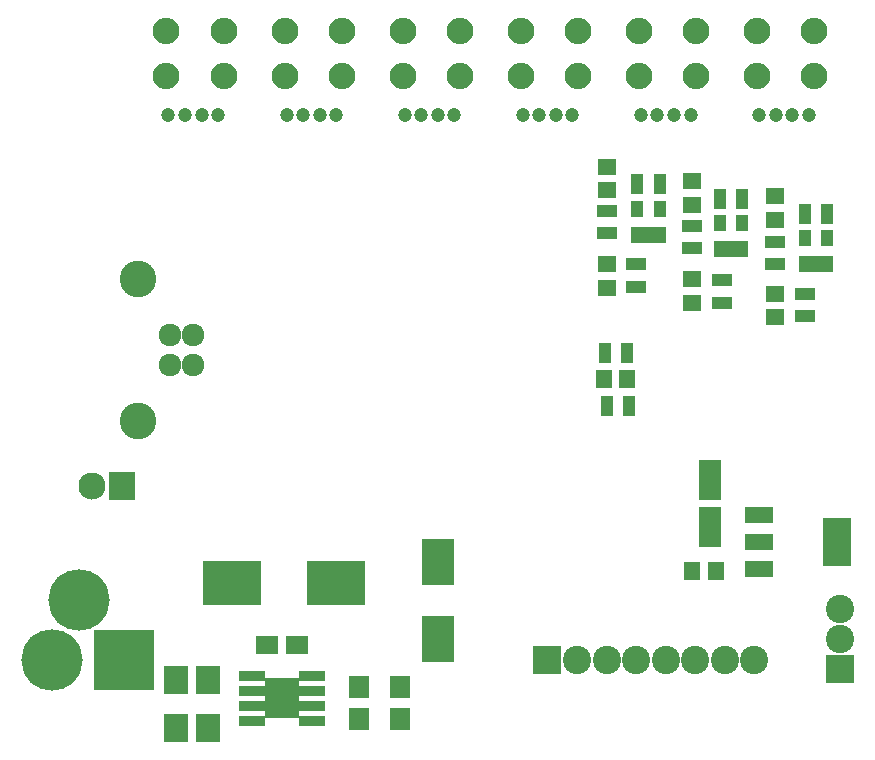
<source format=gbr>
%TF.GenerationSoftware,KiCad,Pcbnew,4.0.1-stable*%
%TF.CreationDate,2016-05-16T17:45:50+03:00*%
%TF.ProjectId,6xUSB_PowMet,36785553425F506F774D65742E6B6963,rev?*%
%TF.FileFunction,Soldermask,Bot*%
%FSLAX46Y46*%
G04 Gerber Fmt 4.6, Leading zero omitted, Abs format (unit mm)*
G04 Created by KiCad (PCBNEW 4.0.1-stable) date 16.05.2016 17:45:50*
%MOMM*%
G01*
G04 APERTURE LIST*
%ADD10C,0.100000*%
%ADD11C,5.200600*%
%ADD12R,5.200600X5.200600*%
%ADD13R,1.050000X1.460000*%
%ADD14C,1.924000*%
%ADD15C,3.100020*%
%ADD16O,2.250000X2.250000*%
%ADD17C,1.200000*%
%ADD18R,2.300000X2.400000*%
%ADD19C,2.300000*%
%ADD20R,1.650000X1.400000*%
%ADD21R,1.400000X1.650000*%
%ADD22R,1.100000X1.700000*%
%ADD23R,1.700000X1.100000*%
%ADD24R,2.432000X4.057600*%
%ADD25R,2.432000X1.416000*%
%ADD26R,2.400000X2.400000*%
%ADD27C,2.400000*%
%ADD28R,2.000000X2.400000*%
%ADD29R,1.900000X1.650000*%
%ADD30R,4.900880X3.699460*%
%ADD31R,4.898340X3.699460*%
%ADD32R,1.700000X1.900000*%
%ADD33R,2.178000X0.933400*%
%ADD34R,2.889200X3.397200*%
%ADD35R,2.800300X3.900120*%
%ADD36R,1.901140X3.399740*%
G04 APERTURE END LIST*
D10*
D11*
X97750000Y-107750000D03*
D12*
X103846000Y-107750000D03*
D11*
X100036000Y-102670000D03*
D13*
X163400000Y-74250000D03*
X162450000Y-74250000D03*
X161500000Y-74250000D03*
X161500000Y-72050000D03*
X163400000Y-72050000D03*
D14*
X109748980Y-82790000D03*
X109748980Y-80250000D03*
X107750000Y-80250000D03*
X107750000Y-82790000D03*
D15*
X105049980Y-87519480D03*
X105049980Y-75520520D03*
D16*
X127480000Y-58340000D03*
X127480000Y-54500000D03*
X132320000Y-54500000D03*
D17*
X131850000Y-61610000D03*
X130450000Y-61610000D03*
X129050000Y-61610000D03*
D16*
X132320000Y-58340000D03*
D17*
X127650000Y-61610000D03*
D16*
X147480000Y-58340000D03*
X147480000Y-54500000D03*
X152320000Y-54500000D03*
D17*
X151850000Y-61610000D03*
X150450000Y-61610000D03*
X149050000Y-61610000D03*
D16*
X152320000Y-58340000D03*
D17*
X147650000Y-61610000D03*
D16*
X157480000Y-58340000D03*
X157480000Y-54500000D03*
X162320000Y-54500000D03*
D17*
X161850000Y-61610000D03*
X160450000Y-61610000D03*
X159050000Y-61610000D03*
D16*
X162320000Y-58340000D03*
D17*
X157650000Y-61610000D03*
D16*
X137480000Y-58340000D03*
X137480000Y-54500000D03*
X142320000Y-54500000D03*
D17*
X141850000Y-61610000D03*
X140450000Y-61610000D03*
X139050000Y-61610000D03*
D16*
X142320000Y-58340000D03*
D17*
X137650000Y-61610000D03*
D16*
X117480000Y-58340000D03*
X117480000Y-54500000D03*
X122320000Y-54500000D03*
D17*
X121850000Y-61610000D03*
X120450000Y-61610000D03*
X119050000Y-61610000D03*
D16*
X122320000Y-58340000D03*
D17*
X117650000Y-61610000D03*
D16*
X107480000Y-58340000D03*
X107480000Y-54500000D03*
X112320000Y-54500000D03*
D17*
X111850000Y-61610000D03*
X110450000Y-61610000D03*
X109050000Y-61610000D03*
D16*
X112320000Y-58340000D03*
D17*
X107650000Y-61610000D03*
D18*
X103750000Y-93000000D03*
D19*
X101210000Y-93000000D03*
D20*
X152000000Y-75500000D03*
X152000000Y-77500000D03*
D21*
X152000000Y-100250000D03*
X154000000Y-100250000D03*
X144500000Y-84000000D03*
X146500000Y-84000000D03*
D20*
X152000000Y-67250000D03*
X152000000Y-69250000D03*
X159000000Y-76750000D03*
X159000000Y-78750000D03*
X144750000Y-74250000D03*
X144750000Y-76250000D03*
X159000000Y-68500000D03*
X159000000Y-70500000D03*
X144750000Y-66000000D03*
X144750000Y-68000000D03*
D22*
X144600000Y-81750000D03*
X146500000Y-81750000D03*
X144750000Y-86250000D03*
X146650000Y-86250000D03*
D23*
X154500000Y-75600000D03*
X154500000Y-77500000D03*
X152000000Y-71000000D03*
X152000000Y-72900000D03*
D22*
X156250000Y-68750000D03*
X154350000Y-68750000D03*
D23*
X161500000Y-76750000D03*
X161500000Y-78650000D03*
X147250000Y-74250000D03*
X147250000Y-76150000D03*
X159000000Y-72350000D03*
X159000000Y-74250000D03*
D22*
X163400000Y-70000000D03*
X161500000Y-70000000D03*
D23*
X144750000Y-69750000D03*
X144750000Y-71650000D03*
D22*
X149250000Y-67500000D03*
X147350000Y-67500000D03*
D24*
X164250000Y-97750000D03*
D25*
X157646000Y-97750000D03*
X157646000Y-95464000D03*
X157646000Y-100036000D03*
D13*
X156250000Y-73000000D03*
X155300000Y-73000000D03*
X154350000Y-73000000D03*
X154350000Y-70800000D03*
X156250000Y-70800000D03*
X149250000Y-71750000D03*
X148300000Y-71750000D03*
X147350000Y-71750000D03*
X147350000Y-69550000D03*
X149250000Y-69550000D03*
D26*
X139737000Y-107750000D03*
D27*
X142250000Y-107750000D03*
X144750000Y-107750000D03*
X147250000Y-107750000D03*
X149750000Y-107750000D03*
X152250000Y-107750000D03*
X154750000Y-107750000D03*
X157250000Y-107750000D03*
D26*
X164500000Y-108500000D03*
D27*
X164500000Y-105960000D03*
X164500000Y-103460000D03*
D28*
X108250000Y-109500000D03*
X108250000Y-113500000D03*
X111000000Y-109500000D03*
X111000000Y-113500000D03*
D29*
X116000000Y-106500000D03*
X118500000Y-106500000D03*
D30*
X113000000Y-101250000D03*
D31*
X121798560Y-101250000D03*
D32*
X127250000Y-112750000D03*
X127250000Y-110050000D03*
X123750000Y-110050000D03*
X123750000Y-112750000D03*
D33*
X119815400Y-109095000D03*
X119815400Y-110365000D03*
X119815400Y-111635000D03*
X119815400Y-112905000D03*
X114684600Y-112905000D03*
X114684600Y-111635000D03*
X114684600Y-110365000D03*
X114684600Y-109095000D03*
D34*
X117250000Y-111000000D03*
D35*
X130500000Y-99500000D03*
X130500000Y-106002400D03*
D36*
X153500000Y-92502040D03*
X153500000Y-96500000D03*
M02*

</source>
